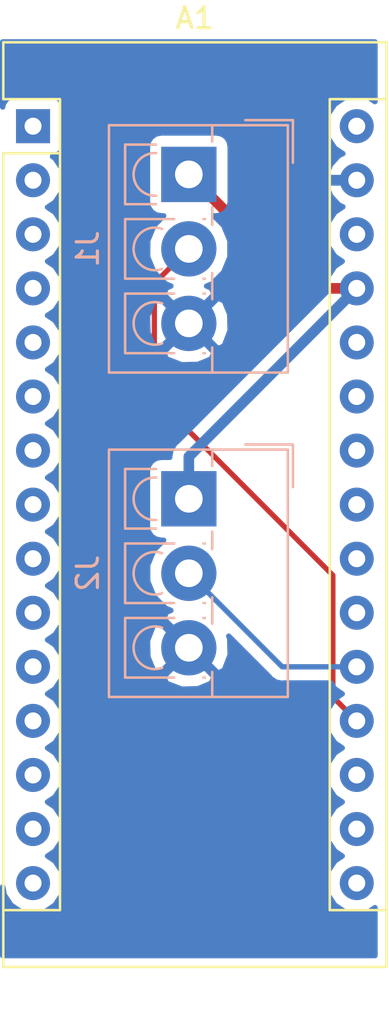
<source format=kicad_pcb>
(kicad_pcb (version 20171130) (host pcbnew "(5.0.2)-1")

  (general
    (thickness 1.6)
    (drawings 0)
    (tracks 12)
    (zones 0)
    (modules 3)
    (nets 31)
  )

  (page A4)
  (layers
    (0 F.Cu signal)
    (31 B.Cu signal)
    (32 B.Adhes user)
    (33 F.Adhes user)
    (34 B.Paste user)
    (35 F.Paste user)
    (36 B.SilkS user)
    (37 F.SilkS user)
    (38 B.Mask user)
    (39 F.Mask user)
    (40 Dwgs.User user)
    (41 Cmts.User user)
    (42 Eco1.User user)
    (43 Eco2.User user)
    (44 Edge.Cuts user)
    (45 Margin user)
    (46 B.CrtYd user)
    (47 F.CrtYd user)
    (48 B.Fab user)
    (49 F.Fab user)
  )

  (setup
    (last_trace_width 0.25)
    (trace_clearance 0.2)
    (zone_clearance 0.508)
    (zone_45_only no)
    (trace_min 0.2)
    (segment_width 0.2)
    (edge_width 0.1)
    (via_size 0.8)
    (via_drill 0.4)
    (via_min_size 0.4)
    (via_min_drill 0.3)
    (uvia_size 0.3)
    (uvia_drill 0.1)
    (uvias_allowed no)
    (uvia_min_size 0.2)
    (uvia_min_drill 0.1)
    (pcb_text_width 0.3)
    (pcb_text_size 1.5 1.5)
    (mod_edge_width 0.15)
    (mod_text_size 1 1)
    (mod_text_width 0.15)
    (pad_size 1.5 1.5)
    (pad_drill 0.6)
    (pad_to_mask_clearance 0)
    (solder_mask_min_width 0.25)
    (aux_axis_origin 0 0)
    (visible_elements 7FFFFFFF)
    (pcbplotparams
      (layerselection 0x010fc_ffffffff)
      (usegerberextensions false)
      (usegerberattributes false)
      (usegerberadvancedattributes false)
      (creategerberjobfile false)
      (excludeedgelayer true)
      (linewidth 0.100000)
      (plotframeref false)
      (viasonmask false)
      (mode 1)
      (useauxorigin false)
      (hpglpennumber 1)
      (hpglpenspeed 20)
      (hpglpendiameter 15.000000)
      (psnegative false)
      (psa4output false)
      (plotreference true)
      (plotvalue true)
      (plotinvisibletext false)
      (padsonsilk false)
      (subtractmaskfromsilk false)
      (outputformat 1)
      (mirror false)
      (drillshape 1)
      (scaleselection 1)
      (outputdirectory ""))
  )

  (net 0 "")
  (net 1 "Net-(A1-Pad1)")
  (net 2 "Net-(A1-Pad17)")
  (net 3 "Net-(A1-Pad2)")
  (net 4 "Net-(A1-Pad18)")
  (net 5 "Net-(A1-Pad3)")
  (net 6 "Net-(A1-Pad19)")
  (net 7 "Net-(A1-Pad4)")
  (net 8 "Net-(A1-Pad20)")
  (net 9 "Net-(A1-Pad5)")
  (net 10 "Net-(A1-Pad21)")
  (net 11 "Net-(A1-Pad6)")
  (net 12 "Net-(A1-Pad22)")
  (net 13 "Net-(A1-Pad7)")
  (net 14 "Net-(A1-Pad23)")
  (net 15 "Net-(A1-Pad8)")
  (net 16 "Net-(A1-Pad24)")
  (net 17 "Net-(A1-Pad9)")
  (net 18 "Net-(A1-Pad25)")
  (net 19 "Net-(A1-Pad10)")
  (net 20 "Net-(A1-Pad26)")
  (net 21 "Net-(A1-Pad11)")
  (net 22 "Net-(A1-Pad27)")
  (net 23 "Net-(A1-Pad12)")
  (net 24 "Net-(A1-Pad28)")
  (net 25 "Net-(A1-Pad13)")
  (net 26 "Net-(A1-Pad29)")
  (net 27 "Net-(A1-Pad14)")
  (net 28 "Net-(A1-Pad30)")
  (net 29 "Net-(A1-Pad15)")
  (net 30 "Net-(A1-Pad16)")

  (net_class Default "Questo è il gruppo di collegamenti predefinito"
    (clearance 0.2)
    (trace_width 0.25)
    (via_dia 0.8)
    (via_drill 0.4)
    (uvia_dia 0.3)
    (uvia_drill 0.1)
    (add_net "Net-(A1-Pad1)")
    (add_net "Net-(A1-Pad10)")
    (add_net "Net-(A1-Pad11)")
    (add_net "Net-(A1-Pad12)")
    (add_net "Net-(A1-Pad13)")
    (add_net "Net-(A1-Pad14)")
    (add_net "Net-(A1-Pad15)")
    (add_net "Net-(A1-Pad16)")
    (add_net "Net-(A1-Pad17)")
    (add_net "Net-(A1-Pad18)")
    (add_net "Net-(A1-Pad19)")
    (add_net "Net-(A1-Pad2)")
    (add_net "Net-(A1-Pad20)")
    (add_net "Net-(A1-Pad21)")
    (add_net "Net-(A1-Pad22)")
    (add_net "Net-(A1-Pad23)")
    (add_net "Net-(A1-Pad24)")
    (add_net "Net-(A1-Pad25)")
    (add_net "Net-(A1-Pad26)")
    (add_net "Net-(A1-Pad28)")
    (add_net "Net-(A1-Pad3)")
    (add_net "Net-(A1-Pad30)")
    (add_net "Net-(A1-Pad4)")
    (add_net "Net-(A1-Pad5)")
    (add_net "Net-(A1-Pad6)")
    (add_net "Net-(A1-Pad7)")
    (add_net "Net-(A1-Pad8)")
    (add_net "Net-(A1-Pad9)")
  )

  (net_class POWER ""
    (clearance 0.2)
    (trace_width 0.5)
    (via_dia 1)
    (via_drill 0.4)
    (uvia_dia 0.4)
    (uvia_drill 0.2)
    (add_net "Net-(A1-Pad27)")
    (add_net "Net-(A1-Pad29)")
  )

  (module Module:Arduino_Nano (layer F.Cu) (tedit 58ACAF70) (tstamp 5C499290)
    (at 128.555001 76.475001)
    (descr "Arduino Nano, http://www.mouser.com/pdfdocs/Gravitech_Arduino_Nano3_0.pdf")
    (tags "Arduino Nano")
    (path /5C49C498)
    (fp_text reference A1 (at 7.62 -5.08) (layer F.SilkS)
      (effects (font (size 1 1) (thickness 0.15)))
    )
    (fp_text value Arduino_Nano_v3.x (at 8.89 19.05 90) (layer F.Fab)
      (effects (font (size 1 1) (thickness 0.15)))
    )
    (fp_text user %R (at 6.35 19.05 90) (layer F.Fab)
      (effects (font (size 1 1) (thickness 0.15)))
    )
    (fp_line (start 1.27 1.27) (end 1.27 -1.27) (layer F.SilkS) (width 0.12))
    (fp_line (start 1.27 -1.27) (end -1.4 -1.27) (layer F.SilkS) (width 0.12))
    (fp_line (start -1.4 1.27) (end -1.4 39.5) (layer F.SilkS) (width 0.12))
    (fp_line (start -1.4 -3.94) (end -1.4 -1.27) (layer F.SilkS) (width 0.12))
    (fp_line (start 13.97 -1.27) (end 16.64 -1.27) (layer F.SilkS) (width 0.12))
    (fp_line (start 13.97 -1.27) (end 13.97 36.83) (layer F.SilkS) (width 0.12))
    (fp_line (start 13.97 36.83) (end 16.64 36.83) (layer F.SilkS) (width 0.12))
    (fp_line (start 1.27 1.27) (end -1.4 1.27) (layer F.SilkS) (width 0.12))
    (fp_line (start 1.27 1.27) (end 1.27 36.83) (layer F.SilkS) (width 0.12))
    (fp_line (start 1.27 36.83) (end -1.4 36.83) (layer F.SilkS) (width 0.12))
    (fp_line (start 3.81 31.75) (end 11.43 31.75) (layer F.Fab) (width 0.1))
    (fp_line (start 11.43 31.75) (end 11.43 41.91) (layer F.Fab) (width 0.1))
    (fp_line (start 11.43 41.91) (end 3.81 41.91) (layer F.Fab) (width 0.1))
    (fp_line (start 3.81 41.91) (end 3.81 31.75) (layer F.Fab) (width 0.1))
    (fp_line (start -1.4 39.5) (end 16.64 39.5) (layer F.SilkS) (width 0.12))
    (fp_line (start 16.64 39.5) (end 16.64 -3.94) (layer F.SilkS) (width 0.12))
    (fp_line (start 16.64 -3.94) (end -1.4 -3.94) (layer F.SilkS) (width 0.12))
    (fp_line (start 16.51 39.37) (end -1.27 39.37) (layer F.Fab) (width 0.1))
    (fp_line (start -1.27 39.37) (end -1.27 -2.54) (layer F.Fab) (width 0.1))
    (fp_line (start -1.27 -2.54) (end 0 -3.81) (layer F.Fab) (width 0.1))
    (fp_line (start 0 -3.81) (end 16.51 -3.81) (layer F.Fab) (width 0.1))
    (fp_line (start 16.51 -3.81) (end 16.51 39.37) (layer F.Fab) (width 0.1))
    (fp_line (start -1.53 -4.06) (end 16.75 -4.06) (layer F.CrtYd) (width 0.05))
    (fp_line (start -1.53 -4.06) (end -1.53 42.16) (layer F.CrtYd) (width 0.05))
    (fp_line (start 16.75 42.16) (end 16.75 -4.06) (layer F.CrtYd) (width 0.05))
    (fp_line (start 16.75 42.16) (end -1.53 42.16) (layer F.CrtYd) (width 0.05))
    (pad 1 thru_hole rect (at 0 0) (size 1.6 1.6) (drill 0.8) (layers *.Cu *.Mask)
      (net 1 "Net-(A1-Pad1)"))
    (pad 17 thru_hole oval (at 15.24 33.02) (size 1.6 1.6) (drill 0.8) (layers *.Cu *.Mask)
      (net 2 "Net-(A1-Pad17)"))
    (pad 2 thru_hole oval (at 0 2.54) (size 1.6 1.6) (drill 0.8) (layers *.Cu *.Mask)
      (net 3 "Net-(A1-Pad2)"))
    (pad 18 thru_hole oval (at 15.24 30.48) (size 1.6 1.6) (drill 0.8) (layers *.Cu *.Mask)
      (net 4 "Net-(A1-Pad18)"))
    (pad 3 thru_hole oval (at 0 5.08) (size 1.6 1.6) (drill 0.8) (layers *.Cu *.Mask)
      (net 5 "Net-(A1-Pad3)"))
    (pad 19 thru_hole oval (at 15.24 27.94) (size 1.6 1.6) (drill 0.8) (layers *.Cu *.Mask)
      (net 6 "Net-(A1-Pad19)"))
    (pad 4 thru_hole oval (at 0 7.62) (size 1.6 1.6) (drill 0.8) (layers *.Cu *.Mask)
      (net 7 "Net-(A1-Pad4)"))
    (pad 20 thru_hole oval (at 15.24 25.4) (size 1.6 1.6) (drill 0.8) (layers *.Cu *.Mask)
      (net 8 "Net-(A1-Pad20)"))
    (pad 5 thru_hole oval (at 0 10.16) (size 1.6 1.6) (drill 0.8) (layers *.Cu *.Mask)
      (net 9 "Net-(A1-Pad5)"))
    (pad 21 thru_hole oval (at 15.24 22.86) (size 1.6 1.6) (drill 0.8) (layers *.Cu *.Mask)
      (net 10 "Net-(A1-Pad21)"))
    (pad 6 thru_hole oval (at 0 12.7) (size 1.6 1.6) (drill 0.8) (layers *.Cu *.Mask)
      (net 11 "Net-(A1-Pad6)"))
    (pad 22 thru_hole oval (at 15.24 20.32) (size 1.6 1.6) (drill 0.8) (layers *.Cu *.Mask)
      (net 12 "Net-(A1-Pad22)"))
    (pad 7 thru_hole oval (at 0 15.24) (size 1.6 1.6) (drill 0.8) (layers *.Cu *.Mask)
      (net 13 "Net-(A1-Pad7)"))
    (pad 23 thru_hole oval (at 15.24 17.78) (size 1.6 1.6) (drill 0.8) (layers *.Cu *.Mask)
      (net 14 "Net-(A1-Pad23)"))
    (pad 8 thru_hole oval (at 0 17.78) (size 1.6 1.6) (drill 0.8) (layers *.Cu *.Mask)
      (net 15 "Net-(A1-Pad8)"))
    (pad 24 thru_hole oval (at 15.24 15.24) (size 1.6 1.6) (drill 0.8) (layers *.Cu *.Mask)
      (net 16 "Net-(A1-Pad24)"))
    (pad 9 thru_hole oval (at 0 20.32) (size 1.6 1.6) (drill 0.8) (layers *.Cu *.Mask)
      (net 17 "Net-(A1-Pad9)"))
    (pad 25 thru_hole oval (at 15.24 12.7) (size 1.6 1.6) (drill 0.8) (layers *.Cu *.Mask)
      (net 18 "Net-(A1-Pad25)"))
    (pad 10 thru_hole oval (at 0 22.86) (size 1.6 1.6) (drill 0.8) (layers *.Cu *.Mask)
      (net 19 "Net-(A1-Pad10)"))
    (pad 26 thru_hole oval (at 15.24 10.16) (size 1.6 1.6) (drill 0.8) (layers *.Cu *.Mask)
      (net 20 "Net-(A1-Pad26)"))
    (pad 11 thru_hole oval (at 0 25.4) (size 1.6 1.6) (drill 0.8) (layers *.Cu *.Mask)
      (net 21 "Net-(A1-Pad11)"))
    (pad 27 thru_hole oval (at 15.24 7.62) (size 1.6 1.6) (drill 0.8) (layers *.Cu *.Mask)
      (net 22 "Net-(A1-Pad27)"))
    (pad 12 thru_hole oval (at 0 27.94) (size 1.6 1.6) (drill 0.8) (layers *.Cu *.Mask)
      (net 23 "Net-(A1-Pad12)"))
    (pad 28 thru_hole oval (at 15.24 5.08) (size 1.6 1.6) (drill 0.8) (layers *.Cu *.Mask)
      (net 24 "Net-(A1-Pad28)"))
    (pad 13 thru_hole oval (at 0 30.48) (size 1.6 1.6) (drill 0.8) (layers *.Cu *.Mask)
      (net 25 "Net-(A1-Pad13)"))
    (pad 29 thru_hole oval (at 15.24 2.54) (size 1.6 1.6) (drill 0.8) (layers *.Cu *.Mask)
      (net 26 "Net-(A1-Pad29)"))
    (pad 14 thru_hole oval (at 0 33.02) (size 1.6 1.6) (drill 0.8) (layers *.Cu *.Mask)
      (net 27 "Net-(A1-Pad14)"))
    (pad 30 thru_hole oval (at 15.24 0) (size 1.6 1.6) (drill 0.8) (layers *.Cu *.Mask)
      (net 28 "Net-(A1-Pad30)"))
    (pad 15 thru_hole oval (at 0 35.56) (size 1.6 1.6) (drill 0.8) (layers *.Cu *.Mask)
      (net 29 "Net-(A1-Pad15)"))
    (pad 16 thru_hole oval (at 15.24 35.56) (size 1.6 1.6) (drill 0.8) (layers *.Cu *.Mask)
      (net 30 "Net-(A1-Pad16)"))
    (model ${KISYS3DMOD}/Module.3dshapes/Arduino_Nano_WithMountingHoles.wrl
      (at (xyz 0 0 0))
      (scale (xyz 1 1 1))
      (rotate (xyz 0 0 0))
    )
  )

  (module TerminalBlock_4Ucon:TerminalBlock_4Ucon_1x03_P3.50mm_Vertical (layer B.Cu) (tedit 5B294E80) (tstamp 5C4992CF)
    (at 135.89 78.74 270)
    (descr "Terminal Block 4Ucon ItemNo. 10694, vertical (cable from top), 3 pins, pitch 3.5mm, size 11.5x8.3mm^2, drill diamater 1.3mm, pad diameter 2.6mm, see http://www.4uconnector.com/online/object/4udrawing/10694.pdf, script-generated with , script-generated using https://github.com/pointhi/kicad-footprint-generator/scripts/TerminalBlock_4Ucon")
    (tags "THT Terminal Block 4Ucon ItemNo. 10694 vertical pitch 3.5mm size 11.5x8.3mm^2 drill 1.3mm pad 2.6mm")
    (path /5C49C598)
    (fp_text reference J1 (at 3.5 4.76 270) (layer B.SilkS)
      (effects (font (size 1 1) (thickness 0.15)) (justify mirror))
    )
    (fp_text value Screw_Terminal_01x03 (at 3.5 -5.66 270) (layer B.Fab)
      (effects (font (size 1 1) (thickness 0.15)) (justify mirror))
    )
    (fp_arc (start 0 1.6) (end 0.998 1.531) (angle 188) (layer B.SilkS) (width 0.12))
    (fp_arc (start 3.5 1.6) (end 4.44 1.258) (angle 220) (layer B.SilkS) (width 0.12))
    (fp_arc (start 7 1.6) (end 7.94 1.258) (angle 220) (layer B.SilkS) (width 0.12))
    (fp_circle (center 0 1.6) (end 1 1.6) (layer B.Fab) (width 0.1))
    (fp_circle (center 3.5 1.6) (end 4.5 1.6) (layer B.Fab) (width 0.1))
    (fp_circle (center 7 1.6) (end 8 1.6) (layer B.Fab) (width 0.1))
    (fp_line (start -2.25 3.7) (end 9.25 3.7) (layer B.Fab) (width 0.1))
    (fp_line (start 9.25 3.7) (end 9.25 -4.6) (layer B.Fab) (width 0.1))
    (fp_line (start 9.25 -4.6) (end -0.25 -4.6) (layer B.Fab) (width 0.1))
    (fp_line (start -0.25 -4.6) (end -2.25 -2.6) (layer B.Fab) (width 0.1))
    (fp_line (start -2.25 -2.6) (end -2.25 3.7) (layer B.Fab) (width 0.1))
    (fp_line (start -2.25 -1.1) (end 9.25 -1.1) (layer B.Fab) (width 0.1))
    (fp_line (start -2.31 -1.101) (end -1.54 -1.101) (layer B.SilkS) (width 0.12))
    (fp_line (start 1.54 -1.101) (end 2.367 -1.101) (layer B.SilkS) (width 0.12))
    (fp_line (start 4.634 -1.101) (end 5.867 -1.101) (layer B.SilkS) (width 0.12))
    (fp_line (start 8.134 -1.101) (end 9.31 -1.101) (layer B.SilkS) (width 0.12))
    (fp_line (start -2.31 3.76) (end 9.31 3.76) (layer B.SilkS) (width 0.12))
    (fp_line (start -2.31 -4.66) (end 9.31 -4.66) (layer B.SilkS) (width 0.12))
    (fp_line (start -2.31 3.76) (end -2.31 -4.66) (layer B.SilkS) (width 0.12))
    (fp_line (start 9.31 3.76) (end 9.31 -4.66) (layer B.SilkS) (width 0.12))
    (fp_line (start -1.4 3) (end 1.4 3) (layer B.SilkS) (width 0.12))
    (fp_line (start -1.4 3) (end -1.4 1.54) (layer B.SilkS) (width 0.12))
    (fp_line (start 1.4 3) (end 1.4 1.54) (layer B.SilkS) (width 0.12))
    (fp_line (start -1.4 3) (end -1.4 -0.75) (layer B.Fab) (width 0.1))
    (fp_line (start -1.4 -0.75) (end 1.4 -0.75) (layer B.Fab) (width 0.1))
    (fp_line (start 1.4 -0.75) (end 1.4 3) (layer B.Fab) (width 0.1))
    (fp_line (start 1.4 3) (end -1.4 3) (layer B.Fab) (width 0.1))
    (fp_line (start 2.1 3) (end 4.9 3) (layer B.SilkS) (width 0.12))
    (fp_line (start 2.1 -0.75) (end 2.101 -0.75) (layer B.SilkS) (width 0.12))
    (fp_line (start 4.9 -0.75) (end 4.9 -0.75) (layer B.SilkS) (width 0.12))
    (fp_line (start 2.1 3) (end 2.1 0.689) (layer B.SilkS) (width 0.12))
    (fp_line (start 2.1 -0.689) (end 2.1 -0.75) (layer B.SilkS) (width 0.12))
    (fp_line (start 4.9 3) (end 4.9 0.689) (layer B.SilkS) (width 0.12))
    (fp_line (start 4.9 -0.689) (end 4.9 -0.75) (layer B.SilkS) (width 0.12))
    (fp_line (start 2.1 3) (end 2.1 -0.75) (layer B.Fab) (width 0.1))
    (fp_line (start 2.1 -0.75) (end 4.9 -0.75) (layer B.Fab) (width 0.1))
    (fp_line (start 4.9 -0.75) (end 4.9 3) (layer B.Fab) (width 0.1))
    (fp_line (start 4.9 3) (end 2.1 3) (layer B.Fab) (width 0.1))
    (fp_line (start 5.6 3) (end 8.4 3) (layer B.SilkS) (width 0.12))
    (fp_line (start 5.6 -0.75) (end 5.601 -0.75) (layer B.SilkS) (width 0.12))
    (fp_line (start 8.4 -0.75) (end 8.4 -0.75) (layer B.SilkS) (width 0.12))
    (fp_line (start 5.6 3) (end 5.6 0.689) (layer B.SilkS) (width 0.12))
    (fp_line (start 5.6 -0.689) (end 5.6 -0.75) (layer B.SilkS) (width 0.12))
    (fp_line (start 8.4 3) (end 8.4 0.689) (layer B.SilkS) (width 0.12))
    (fp_line (start 8.4 -0.689) (end 8.4 -0.75) (layer B.SilkS) (width 0.12))
    (fp_line (start 5.6 3) (end 5.6 -0.75) (layer B.Fab) (width 0.1))
    (fp_line (start 5.6 -0.75) (end 8.4 -0.75) (layer B.Fab) (width 0.1))
    (fp_line (start 8.4 -0.75) (end 8.4 3) (layer B.Fab) (width 0.1))
    (fp_line (start 8.4 3) (end 5.6 3) (layer B.Fab) (width 0.1))
    (fp_line (start -2.55 -2.66) (end -2.55 -4.9) (layer B.SilkS) (width 0.12))
    (fp_line (start -2.55 -4.9) (end -0.55 -4.9) (layer B.SilkS) (width 0.12))
    (fp_line (start -2.75 4.2) (end -2.75 -5.11) (layer B.CrtYd) (width 0.05))
    (fp_line (start -2.75 -5.11) (end 9.75 -5.11) (layer B.CrtYd) (width 0.05))
    (fp_line (start 9.75 -5.11) (end 9.75 4.2) (layer B.CrtYd) (width 0.05))
    (fp_line (start 9.75 4.2) (end -2.75 4.2) (layer B.CrtYd) (width 0.05))
    (fp_text user %R (at 3.5 -3.45 270) (layer B.Fab)
      (effects (font (size 1 1) (thickness 0.15)) (justify mirror))
    )
    (pad 1 thru_hole rect (at 0 0 270) (size 2.6 2.6) (drill 1.3) (layers *.Cu *.Mask)
      (net 22 "Net-(A1-Pad27)"))
    (pad 2 thru_hole circle (at 3.5 0 270) (size 2.6 2.6) (drill 1.3) (layers *.Cu *.Mask)
      (net 6 "Net-(A1-Pad19)"))
    (pad 3 thru_hole circle (at 7 0 270) (size 2.6 2.6) (drill 1.3) (layers *.Cu *.Mask)
      (net 26 "Net-(A1-Pad29)"))
    (model ${KISYS3DMOD}/TerminalBlock_4Ucon.3dshapes/TerminalBlock_4Ucon_1x03_P3.50mm_Vertical.wrl
      (at (xyz 0 0 0))
      (scale (xyz 1 1 1))
      (rotate (xyz 0 0 0))
    )
  )

  (module TerminalBlock_4Ucon:TerminalBlock_4Ucon_1x03_P3.50mm_Vertical (layer B.Cu) (tedit 5B294E80) (tstamp 5C49930E)
    (at 135.89 93.98 270)
    (descr "Terminal Block 4Ucon ItemNo. 10694, vertical (cable from top), 3 pins, pitch 3.5mm, size 11.5x8.3mm^2, drill diamater 1.3mm, pad diameter 2.6mm, see http://www.4uconnector.com/online/object/4udrawing/10694.pdf, script-generated with , script-generated using https://github.com/pointhi/kicad-footprint-generator/scripts/TerminalBlock_4Ucon")
    (tags "THT Terminal Block 4Ucon ItemNo. 10694 vertical pitch 3.5mm size 11.5x8.3mm^2 drill 1.3mm pad 2.6mm")
    (path /5C49C5E8)
    (fp_text reference J2 (at 3.5 4.76 270) (layer B.SilkS)
      (effects (font (size 1 1) (thickness 0.15)) (justify mirror))
    )
    (fp_text value Screw_Terminal_01x03 (at 3.5 -5.66 270) (layer B.Fab)
      (effects (font (size 1 1) (thickness 0.15)) (justify mirror))
    )
    (fp_text user %R (at 3.5 -3.45 270) (layer B.Fab)
      (effects (font (size 1 1) (thickness 0.15)) (justify mirror))
    )
    (fp_line (start 9.75 4.2) (end -2.75 4.2) (layer B.CrtYd) (width 0.05))
    (fp_line (start 9.75 -5.11) (end 9.75 4.2) (layer B.CrtYd) (width 0.05))
    (fp_line (start -2.75 -5.11) (end 9.75 -5.11) (layer B.CrtYd) (width 0.05))
    (fp_line (start -2.75 4.2) (end -2.75 -5.11) (layer B.CrtYd) (width 0.05))
    (fp_line (start -2.55 -4.9) (end -0.55 -4.9) (layer B.SilkS) (width 0.12))
    (fp_line (start -2.55 -2.66) (end -2.55 -4.9) (layer B.SilkS) (width 0.12))
    (fp_line (start 8.4 3) (end 5.6 3) (layer B.Fab) (width 0.1))
    (fp_line (start 8.4 -0.75) (end 8.4 3) (layer B.Fab) (width 0.1))
    (fp_line (start 5.6 -0.75) (end 8.4 -0.75) (layer B.Fab) (width 0.1))
    (fp_line (start 5.6 3) (end 5.6 -0.75) (layer B.Fab) (width 0.1))
    (fp_line (start 8.4 -0.689) (end 8.4 -0.75) (layer B.SilkS) (width 0.12))
    (fp_line (start 8.4 3) (end 8.4 0.689) (layer B.SilkS) (width 0.12))
    (fp_line (start 5.6 -0.689) (end 5.6 -0.75) (layer B.SilkS) (width 0.12))
    (fp_line (start 5.6 3) (end 5.6 0.689) (layer B.SilkS) (width 0.12))
    (fp_line (start 8.4 -0.75) (end 8.4 -0.75) (layer B.SilkS) (width 0.12))
    (fp_line (start 5.6 -0.75) (end 5.601 -0.75) (layer B.SilkS) (width 0.12))
    (fp_line (start 5.6 3) (end 8.4 3) (layer B.SilkS) (width 0.12))
    (fp_line (start 4.9 3) (end 2.1 3) (layer B.Fab) (width 0.1))
    (fp_line (start 4.9 -0.75) (end 4.9 3) (layer B.Fab) (width 0.1))
    (fp_line (start 2.1 -0.75) (end 4.9 -0.75) (layer B.Fab) (width 0.1))
    (fp_line (start 2.1 3) (end 2.1 -0.75) (layer B.Fab) (width 0.1))
    (fp_line (start 4.9 -0.689) (end 4.9 -0.75) (layer B.SilkS) (width 0.12))
    (fp_line (start 4.9 3) (end 4.9 0.689) (layer B.SilkS) (width 0.12))
    (fp_line (start 2.1 -0.689) (end 2.1 -0.75) (layer B.SilkS) (width 0.12))
    (fp_line (start 2.1 3) (end 2.1 0.689) (layer B.SilkS) (width 0.12))
    (fp_line (start 4.9 -0.75) (end 4.9 -0.75) (layer B.SilkS) (width 0.12))
    (fp_line (start 2.1 -0.75) (end 2.101 -0.75) (layer B.SilkS) (width 0.12))
    (fp_line (start 2.1 3) (end 4.9 3) (layer B.SilkS) (width 0.12))
    (fp_line (start 1.4 3) (end -1.4 3) (layer B.Fab) (width 0.1))
    (fp_line (start 1.4 -0.75) (end 1.4 3) (layer B.Fab) (width 0.1))
    (fp_line (start -1.4 -0.75) (end 1.4 -0.75) (layer B.Fab) (width 0.1))
    (fp_line (start -1.4 3) (end -1.4 -0.75) (layer B.Fab) (width 0.1))
    (fp_line (start 1.4 3) (end 1.4 1.54) (layer B.SilkS) (width 0.12))
    (fp_line (start -1.4 3) (end -1.4 1.54) (layer B.SilkS) (width 0.12))
    (fp_line (start -1.4 3) (end 1.4 3) (layer B.SilkS) (width 0.12))
    (fp_line (start 9.31 3.76) (end 9.31 -4.66) (layer B.SilkS) (width 0.12))
    (fp_line (start -2.31 3.76) (end -2.31 -4.66) (layer B.SilkS) (width 0.12))
    (fp_line (start -2.31 -4.66) (end 9.31 -4.66) (layer B.SilkS) (width 0.12))
    (fp_line (start -2.31 3.76) (end 9.31 3.76) (layer B.SilkS) (width 0.12))
    (fp_line (start 8.134 -1.101) (end 9.31 -1.101) (layer B.SilkS) (width 0.12))
    (fp_line (start 4.634 -1.101) (end 5.867 -1.101) (layer B.SilkS) (width 0.12))
    (fp_line (start 1.54 -1.101) (end 2.367 -1.101) (layer B.SilkS) (width 0.12))
    (fp_line (start -2.31 -1.101) (end -1.54 -1.101) (layer B.SilkS) (width 0.12))
    (fp_line (start -2.25 -1.1) (end 9.25 -1.1) (layer B.Fab) (width 0.1))
    (fp_line (start -2.25 -2.6) (end -2.25 3.7) (layer B.Fab) (width 0.1))
    (fp_line (start -0.25 -4.6) (end -2.25 -2.6) (layer B.Fab) (width 0.1))
    (fp_line (start 9.25 -4.6) (end -0.25 -4.6) (layer B.Fab) (width 0.1))
    (fp_line (start 9.25 3.7) (end 9.25 -4.6) (layer B.Fab) (width 0.1))
    (fp_line (start -2.25 3.7) (end 9.25 3.7) (layer B.Fab) (width 0.1))
    (fp_circle (center 7 1.6) (end 8 1.6) (layer B.Fab) (width 0.1))
    (fp_circle (center 3.5 1.6) (end 4.5 1.6) (layer B.Fab) (width 0.1))
    (fp_circle (center 0 1.6) (end 1 1.6) (layer B.Fab) (width 0.1))
    (fp_arc (start 7 1.6) (end 7.94 1.258) (angle 220) (layer B.SilkS) (width 0.12))
    (fp_arc (start 3.5 1.6) (end 4.44 1.258) (angle 220) (layer B.SilkS) (width 0.12))
    (fp_arc (start 0 1.6) (end 0.998 1.531) (angle 188) (layer B.SilkS) (width 0.12))
    (pad 3 thru_hole circle (at 7 0 270) (size 2.6 2.6) (drill 1.3) (layers *.Cu *.Mask)
      (net 26 "Net-(A1-Pad29)"))
    (pad 2 thru_hole circle (at 3.5 0 270) (size 2.6 2.6) (drill 1.3) (layers *.Cu *.Mask)
      (net 8 "Net-(A1-Pad20)"))
    (pad 1 thru_hole rect (at 0 0 270) (size 2.6 2.6) (drill 1.3) (layers *.Cu *.Mask)
      (net 22 "Net-(A1-Pad27)"))
    (model ${KISYS3DMOD}/TerminalBlock_4Ucon.3dshapes/TerminalBlock_4Ucon_1x03_P3.50mm_Vertical.wrl
      (at (xyz 0 0 0))
      (scale (xyz 1 1 1))
      (rotate (xyz 0 0 0))
    )
  )

  (segment (start 142.995002 103.615002) (end 143.795001 104.415001) (width 0.25) (layer F.Cu) (net 6))
  (segment (start 142.67 103.29) (end 142.995002 103.615002) (width 0.25) (layer F.Cu) (net 6))
  (segment (start 142.67 97.574998) (end 142.67 103.29) (width 0.25) (layer F.Cu) (net 6))
  (segment (start 134.264999 89.169997) (end 142.67 97.574998) (width 0.25) (layer F.Cu) (net 6))
  (segment (start 134.264999 83.865001) (end 134.264999 89.169997) (width 0.25) (layer F.Cu) (net 6))
  (segment (start 135.89 82.24) (end 134.264999 83.865001) (width 0.25) (layer F.Cu) (net 6))
  (segment (start 140.285001 101.875001) (end 143.795001 101.875001) (width 0.25) (layer B.Cu) (net 8))
  (segment (start 135.89 97.48) (end 140.285001 101.875001) (width 0.25) (layer B.Cu) (net 8))
  (segment (start 135.89 92.000002) (end 135.89 93.98) (width 0.5) (layer B.Cu) (net 22))
  (segment (start 143.795001 84.095001) (end 135.89 92.000002) (width 0.5) (layer B.Cu) (net 22))
  (segment (start 141.245001 84.095001) (end 135.89 78.74) (width 0.5) (layer F.Cu) (net 22))
  (segment (start 143.795001 84.095001) (end 141.245001 84.095001) (width 0.5) (layer F.Cu) (net 22))

  (zone (net 26) (net_name "Net-(A1-Pad29)") (layer B.Cu) (tstamp 0) (hatch edge 0.508)
    (connect_pads (clearance 0.508))
    (min_thickness 0.254)
    (fill yes (arc_segments 16) (thermal_gap 0.508) (thermal_bridge_width 0.508))
    (polygon
      (pts
        (xy 127 72.39) (xy 144.78 72.39) (xy 144.78 115.57) (xy 127 115.57)
      )
    )
    (filled_polygon
      (pts
        (xy 144.653 75.322438) (xy 144.35491 75.123261) (xy 143.936334 75.040001) (xy 143.653668 75.040001) (xy 143.235092 75.123261)
        (xy 142.760424 75.440424) (xy 142.443261 75.915092) (xy 142.331888 76.475001) (xy 142.443261 77.03491) (xy 142.760424 77.509578)
        (xy 143.144109 77.765948) (xy 142.939867 77.862612) (xy 142.56396 78.277578) (xy 142.403097 78.665962) (xy 142.525086 78.888001)
        (xy 143.668001 78.888001) (xy 143.668001 78.868001) (xy 143.922001 78.868001) (xy 143.922001 78.888001) (xy 143.942001 78.888001)
        (xy 143.942001 79.142001) (xy 143.922001 79.142001) (xy 143.922001 79.162001) (xy 143.668001 79.162001) (xy 143.668001 79.142001)
        (xy 142.525086 79.142001) (xy 142.403097 79.36404) (xy 142.56396 79.752424) (xy 142.939867 80.16739) (xy 143.144109 80.264054)
        (xy 142.760424 80.520424) (xy 142.443261 80.995092) (xy 142.331888 81.555001) (xy 142.443261 82.11491) (xy 142.760424 82.589578)
        (xy 143.112759 82.825001) (xy 142.760424 83.060424) (xy 142.443261 83.535092) (xy 142.331888 84.095001) (xy 142.366984 84.271439)
        (xy 135.325847 91.312577) (xy 135.251951 91.361953) (xy 135.056348 91.654693) (xy 135.005 91.912838) (xy 135.005 91.912841)
        (xy 134.987663 92.000002) (xy 134.994139 92.03256) (xy 134.59 92.03256) (xy 134.342235 92.081843) (xy 134.132191 92.222191)
        (xy 133.991843 92.432235) (xy 133.94256 92.68) (xy 133.94256 95.28) (xy 133.991843 95.527765) (xy 134.132191 95.737809)
        (xy 134.342235 95.878157) (xy 134.59 95.92744) (xy 134.706056 95.92744) (xy 134.249586 96.38391) (xy 133.955 97.095105)
        (xy 133.955 97.864895) (xy 134.249586 98.57609) (xy 134.79391 99.120414) (xy 135.04663 99.225094) (xy 134.835504 99.312545)
        (xy 134.700146 99.610541) (xy 135.89 100.800395) (xy 135.904143 100.786253) (xy 136.083748 100.965858) (xy 136.069605 100.98)
        (xy 137.259459 102.169854) (xy 137.557455 102.034496) (xy 137.834066 101.31612) (xy 137.81471 100.546573) (xy 137.76729 100.432092)
        (xy 139.694672 102.359474) (xy 139.737072 102.42293) (xy 139.988464 102.590905) (xy 140.210149 102.635001) (xy 140.210153 102.635001)
        (xy 140.285 102.649889) (xy 140.359847 102.635001) (xy 142.576958 102.635001) (xy 142.760424 102.909578) (xy 143.112759 103.145001)
        (xy 142.760424 103.380424) (xy 142.443261 103.855092) (xy 142.331888 104.415001) (xy 142.443261 104.97491) (xy 142.760424 105.449578)
        (xy 143.112759 105.685001) (xy 142.760424 105.920424) (xy 142.443261 106.395092) (xy 142.331888 106.955001) (xy 142.443261 107.51491)
        (xy 142.760424 107.989578) (xy 143.112759 108.225001) (xy 142.760424 108.460424) (xy 142.443261 108.935092) (xy 142.331888 109.495001)
        (xy 142.443261 110.05491) (xy 142.760424 110.529578) (xy 143.112759 110.765001) (xy 142.760424 111.000424) (xy 142.443261 111.475092)
        (xy 142.331888 112.035001) (xy 142.443261 112.59491) (xy 142.760424 113.069578) (xy 143.235092 113.386741) (xy 143.653668 113.470001)
        (xy 143.936334 113.470001) (xy 144.35491 113.386741) (xy 144.653 113.187564) (xy 144.653 115.443) (xy 127.127 115.443)
        (xy 127.127 112.211521) (xy 127.203261 112.59491) (xy 127.520424 113.069578) (xy 127.995092 113.386741) (xy 128.413668 113.470001)
        (xy 128.696334 113.470001) (xy 129.11491 113.386741) (xy 129.589578 113.069578) (xy 129.906741 112.59491) (xy 130.018114 112.035001)
        (xy 129.906741 111.475092) (xy 129.589578 111.000424) (xy 129.237243 110.765001) (xy 129.589578 110.529578) (xy 129.906741 110.05491)
        (xy 130.018114 109.495001) (xy 129.906741 108.935092) (xy 129.589578 108.460424) (xy 129.237243 108.225001) (xy 129.589578 107.989578)
        (xy 129.906741 107.51491) (xy 130.018114 106.955001) (xy 129.906741 106.395092) (xy 129.589578 105.920424) (xy 129.237243 105.685001)
        (xy 129.589578 105.449578) (xy 129.906741 104.97491) (xy 130.018114 104.415001) (xy 129.906741 103.855092) (xy 129.589578 103.380424)
        (xy 129.237243 103.145001) (xy 129.589578 102.909578) (xy 129.906741 102.43491) (xy 129.923738 102.349459) (xy 134.700146 102.349459)
        (xy 134.835504 102.647455) (xy 135.55388 102.924066) (xy 136.323427 102.90471) (xy 136.944496 102.647455) (xy 137.079854 102.349459)
        (xy 135.89 101.159605) (xy 134.700146 102.349459) (xy 129.923738 102.349459) (xy 130.018114 101.875001) (xy 129.906741 101.315092)
        (xy 129.589578 100.840424) (xy 129.29543 100.64388) (xy 133.945934 100.64388) (xy 133.96529 101.413427) (xy 134.222545 102.034496)
        (xy 134.520541 102.169854) (xy 135.710395 100.98) (xy 134.520541 99.790146) (xy 134.222545 99.925504) (xy 133.945934 100.64388)
        (xy 129.29543 100.64388) (xy 129.237243 100.605001) (xy 129.589578 100.369578) (xy 129.906741 99.89491) (xy 130.018114 99.335001)
        (xy 129.906741 98.775092) (xy 129.589578 98.300424) (xy 129.237243 98.065001) (xy 129.589578 97.829578) (xy 129.906741 97.35491)
        (xy 130.018114 96.795001) (xy 129.906741 96.235092) (xy 129.589578 95.760424) (xy 129.237243 95.525001) (xy 129.589578 95.289578)
        (xy 129.906741 94.81491) (xy 130.018114 94.255001) (xy 129.906741 93.695092) (xy 129.589578 93.220424) (xy 129.237243 92.985001)
        (xy 129.589578 92.749578) (xy 129.906741 92.27491) (xy 130.018114 91.715001) (xy 129.906741 91.155092) (xy 129.589578 90.680424)
        (xy 129.237243 90.445001) (xy 129.589578 90.209578) (xy 129.906741 89.73491) (xy 130.018114 89.175001) (xy 129.906741 88.615092)
        (xy 129.589578 88.140424) (xy 129.237243 87.905001) (xy 129.589578 87.669578) (xy 129.906741 87.19491) (xy 129.923738 87.109459)
        (xy 134.700146 87.109459) (xy 134.835504 87.407455) (xy 135.55388 87.684066) (xy 136.323427 87.66471) (xy 136.944496 87.407455)
        (xy 137.079854 87.109459) (xy 135.89 85.919605) (xy 134.700146 87.109459) (xy 129.923738 87.109459) (xy 130.018114 86.635001)
        (xy 129.906741 86.075092) (xy 129.589578 85.600424) (xy 129.29543 85.40388) (xy 133.945934 85.40388) (xy 133.96529 86.173427)
        (xy 134.222545 86.794496) (xy 134.520541 86.929854) (xy 135.710395 85.74) (xy 136.069605 85.74) (xy 137.259459 86.929854)
        (xy 137.557455 86.794496) (xy 137.834066 86.07612) (xy 137.81471 85.306573) (xy 137.557455 84.685504) (xy 137.259459 84.550146)
        (xy 136.069605 85.74) (xy 135.710395 85.74) (xy 134.520541 84.550146) (xy 134.222545 84.685504) (xy 133.945934 85.40388)
        (xy 129.29543 85.40388) (xy 129.237243 85.365001) (xy 129.589578 85.129578) (xy 129.906741 84.65491) (xy 130.018114 84.095001)
        (xy 129.906741 83.535092) (xy 129.589578 83.060424) (xy 129.237243 82.825001) (xy 129.589578 82.589578) (xy 129.906741 82.11491)
        (xy 130.018114 81.555001) (xy 129.906741 80.995092) (xy 129.589578 80.520424) (xy 129.237243 80.285001) (xy 129.589578 80.049578)
        (xy 129.906741 79.57491) (xy 130.018114 79.015001) (xy 129.906741 78.455092) (xy 129.589578 77.980424) (xy 129.468895 77.899786)
        (xy 129.602766 77.873158) (xy 129.81281 77.73281) (xy 129.953158 77.522766) (xy 129.969621 77.44) (xy 133.94256 77.44)
        (xy 133.94256 80.04) (xy 133.991843 80.287765) (xy 134.132191 80.497809) (xy 134.342235 80.638157) (xy 134.59 80.68744)
        (xy 134.706056 80.68744) (xy 134.249586 81.14391) (xy 133.955 81.855105) (xy 133.955 82.624895) (xy 134.249586 83.33609)
        (xy 134.79391 83.880414) (xy 135.04663 83.985094) (xy 134.835504 84.072545) (xy 134.700146 84.370541) (xy 135.89 85.560395)
        (xy 137.079854 84.370541) (xy 136.944496 84.072545) (xy 136.725667 83.988285) (xy 136.98609 83.880414) (xy 137.530414 83.33609)
        (xy 137.825 82.624895) (xy 137.825 81.855105) (xy 137.530414 81.14391) (xy 137.073944 80.68744) (xy 137.19 80.68744)
        (xy 137.437765 80.638157) (xy 137.647809 80.497809) (xy 137.788157 80.287765) (xy 137.83744 80.04) (xy 137.83744 77.44)
        (xy 137.788157 77.192235) (xy 137.647809 76.982191) (xy 137.437765 76.841843) (xy 137.19 76.79256) (xy 134.59 76.79256)
        (xy 134.342235 76.841843) (xy 134.132191 76.982191) (xy 133.991843 77.192235) (xy 133.94256 77.44) (xy 129.969621 77.44)
        (xy 130.002441 77.275001) (xy 130.002441 75.675001) (xy 129.953158 75.427236) (xy 129.81281 75.217192) (xy 129.602766 75.076844)
        (xy 129.355001 75.027561) (xy 127.755001 75.027561) (xy 127.507236 75.076844) (xy 127.297192 75.217192) (xy 127.156844 75.427236)
        (xy 127.127 75.577274) (xy 127.127 72.517) (xy 144.653 72.517)
      )
    )
  )
)

</source>
